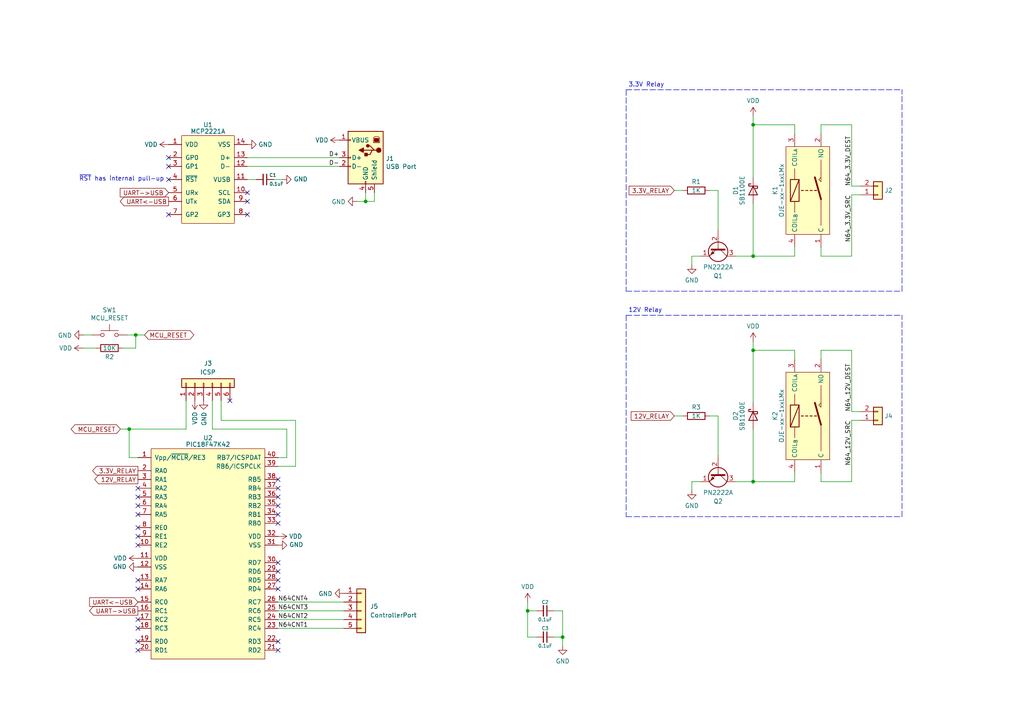
<source format=kicad_sch>
(kicad_sch (version 20211123) (generator eeschema)
  (paper "A4")
  (lib_symbols
    (symbol "Connector:USB_B" (pin_names (offset 1.016))
      (property "Reference" "J" (at -5.08 11.43 0))
      (property "Value" "USB_B" (at -5.08 8.89 0))
      (symbol "USB_B_0_1"
        (rectangle (start -5.08 -7.62) (end 5.08 7.62) (stroke (width 0.254)) (fill (type background)))
        (circle (center -3.81 2.159) (radius 0.635) (stroke (width 0.254)) (fill (type outline)))
        (rectangle (start -3.81 5.588) (end -2.54 4.572) (fill (type outline)))
        (circle (center -0.635 3.429) (radius 0.381) (stroke (width 0.254)) (fill (type outline)))
        (rectangle (start -0.127 -7.62) (end 0.127 -6.858))
        (polyline (pts (xy -1.905 2.159) (xy 0.635 2.159)) (stroke (width 0.254)))
        (polyline (pts (xy -3.175 2.159) (xy -2.54 2.159) (xy -1.27 3.429) (xy -0.635 3.429)) (stroke (width 0.254)))
        (polyline (pts (xy -2.54 2.159) (xy -1.905 2.159) (xy -1.27 0.889) (xy 0 0.889)) (stroke (width 0.254)))
        (polyline (pts (xy 0.635 2.794) (xy 0.635 1.524) (xy 1.905 2.159) (xy 0.635 2.794)) (stroke (width 0.254)) (fill (type outline)))
        (polyline (pts (xy -4.064 4.318) (xy -2.286 4.318) (xy -2.286 5.715) (xy -2.667 6.096) (xy -3.683 6.096) (xy -4.064 5.715) (xy -4.064 4.318)))
        (rectangle (start 0.254 1.27) (end -0.508 0.508) (stroke (width 0.254)) (fill (type outline)))
        (rectangle (start 5.08 -2.667) (end 4.318 -2.413))
        (rectangle (start 5.08 -0.127) (end 4.318 0.127))
        (rectangle (start 5.08 4.953) (end 4.318 5.207))
      )
      (symbol "USB_B_1_1"
        (pin power_out line (at 7.62 5.08 180) (length 2.54) (name "VBUS") (number "1"))
        (pin bidirectional line (at 7.62 -2.54 180) (length 2.54) (name "D-") (number "2"))
        (pin bidirectional line (at 7.62 0 180) (length 2.54) (name "D+") (number "3"))
        (pin power_out line (at 0 -10.16 90) (length 2.54) (name "GND") (number "4"))
        (pin passive line (at -2.54 -10.16 90) (length 2.54) (name "Shield") (number "5"))
      )
    )
    (symbol "Connector_Generic:Conn_01x02" (pin_names (offset 1.016) hide)
      (property "Reference" "J" (at 0 2.54 0))
      (property "Value" "Conn_01x02" (at 0 -5.08 0))
      (symbol "Conn_01x02_1_1"
        (rectangle (start -1.27 -2.413) (end 0 -2.667) (stroke (width 0.1524)))
        (rectangle (start -1.27 0.127) (end 0 -0.127) (stroke (width 0.1524)))
        (rectangle (start -1.27 1.27) (end 1.27 -3.81) (stroke (width 0.254)) (fill (type background)))
        (pin passive line (at -5.08 0 0) (length 3.81) (name "Pin_1") (number "1"))
        (pin passive line (at -5.08 -2.54 0) (length 3.81) (name "Pin_2") (number "2"))
      )
    )
    (symbol "Connector_Generic:Conn_01x05" (pin_names (offset 1.016) hide)
      (property "Reference" "J" (at 0 7.62 0))
      (property "Value" "Conn_01x05" (at 0 -7.62 0))
      (symbol "Conn_01x05_1_1"
        (rectangle (start -1.27 -4.953) (end 0 -5.207) (stroke (width 0.1524)))
        (rectangle (start -1.27 -2.413) (end 0 -2.667) (stroke (width 0.1524)))
        (rectangle (start -1.27 0.127) (end 0 -0.127) (stroke (width 0.1524)))
        (rectangle (start -1.27 2.667) (end 0 2.413) (stroke (width 0.1524)))
        (rectangle (start -1.27 5.207) (end 0 4.953) (stroke (width 0.1524)))
        (rectangle (start -1.27 6.35) (end 1.27 -6.35) (stroke (width 0.254)) (fill (type background)))
        (pin passive line (at -5.08 5.08 0) (length 3.81) (name "Pin_1") (number "1"))
        (pin passive line (at -5.08 2.54 0) (length 3.81) (name "Pin_2") (number "2"))
        (pin passive line (at -5.08 0 0) (length 3.81) (name "Pin_3") (number "3"))
        (pin passive line (at -5.08 -2.54 0) (length 3.81) (name "Pin_4") (number "4"))
        (pin passive line (at -5.08 -5.08 0) (length 3.81) (name "Pin_5") (number "5"))
      )
    )
    (symbol "Connector_Generic:Conn_01x06" (pin_names (offset 1.016) hide)
      (property "Reference" "J" (at 0 7.62 0))
      (property "Value" "Conn_01x06" (at 0 -10.16 0))
      (symbol "Conn_01x06_1_1"
        (rectangle (start -1.27 -7.493) (end 0 -7.747) (stroke (width 0.1524)))
        (rectangle (start -1.27 -4.953) (end 0 -5.207) (stroke (width 0.1524)))
        (rectangle (start -1.27 -2.413) (end 0 -2.667) (stroke (width 0.1524)))
        (rectangle (start -1.27 0.127) (end 0 -0.127) (stroke (width 0.1524)))
        (rectangle (start -1.27 2.667) (end 0 2.413) (stroke (width 0.1524)))
        (rectangle (start -1.27 5.207) (end 0 4.953) (stroke (width 0.1524)))
        (rectangle (start -1.27 6.35) (end 1.27 -8.89) (stroke (width 0.254)) (fill (type background)))
        (pin passive line (at -5.08 5.08 0) (length 3.81) (name "Pin_1") (number "1"))
        (pin passive line (at -5.08 2.54 0) (length 3.81) (name "Pin_2") (number "2"))
        (pin passive line (at -5.08 0 0) (length 3.81) (name "Pin_3") (number "3"))
        (pin passive line (at -5.08 -2.54 0) (length 3.81) (name "Pin_4") (number "4"))
        (pin passive line (at -5.08 -5.08 0) (length 3.81) (name "Pin_5") (number "5"))
        (pin passive line (at -5.08 -7.62 0) (length 3.81) (name "Pin_6") (number "6"))
      )
    )
    (symbol "Device:C_Small" (pin_numbers hide) (pin_names (offset 0.254) hide)
      (property "Reference" "C" (at 0.254 1.778 0))
      (property "Value" "C_Small" (at 0.254 -2.032 0))
      (symbol "C_Small_0_1"
        (polyline (pts (xy -1.524 -0.508) (xy 1.524 -0.508)) (stroke (width 0.3302)))
        (polyline (pts (xy -1.524 0.508) (xy 1.524 0.508)) (stroke (width 0.3048)))
      )
      (symbol "C_Small_1_1"
        (pin passive line (at 0 2.54 270) (length 2.032) (name "~") (number "1"))
        (pin passive line (at 0 -2.54 90) (length 2.032) (name "~") (number "2"))
      )
    )
    (symbol "Device:D_Schottky" (pin_numbers hide) (pin_names (offset 1.016) hide)
      (property "Reference" "D" (at 0 2.54 0))
      (property "Value" "D_Schottky" (at 0 -2.54 0))
      (symbol "D_Schottky_0_1"
        (polyline (pts (xy 1.27 0) (xy -1.27 0)))
        (polyline (pts (xy 1.27 1.27) (xy 1.27 -1.27) (xy -1.27 0) (xy 1.27 1.27)) (stroke (width 0.254)))
        (polyline (pts (xy -1.905 0.635) (xy -1.905 1.27) (xy -1.27 1.27) (xy -1.27 -1.27) (xy -0.635 -1.27) (xy -0.635 -0.635)) (stroke (width 0.254)))
      )
      (symbol "D_Schottky_1_1"
        (pin passive line (at -3.81 0 0) (length 2.54) (name "K") (number "1"))
        (pin passive line (at 3.81 0 180) (length 2.54) (name "A") (number "2"))
      )
    )
    (symbol "Device:R" (pin_numbers hide) (pin_names (offset 0))
      (property "Reference" "R" (at 2.032 0 90))
      (property "Value" "R" (at 0 0 90))
      (symbol "R_0_1"
        (rectangle (start -1.016 -2.54) (end 1.016 2.54) (stroke (width 0.254)))
      )
      (symbol "R_1_1"
        (pin passive line (at 0 3.81 270) (length 1.27) (name "~") (number "1"))
        (pin passive line (at 0 -3.81 90) (length 1.27) (name "~") (number "2"))
      )
    )
    (symbol "Switch:SW_Push" (pin_numbers hide) (pin_names (offset 1.016) hide)
      (property "Reference" "SW" (at 1.27 2.54 0))
      (property "Value" "SW_Push" (at 0 -1.524 0))
      (symbol "SW_Push_0_1"
        (circle (center -2.032 0) (radius 0.508))
        (polyline (pts (xy 0 1.27) (xy 0 3.048)))
        (polyline (pts (xy 2.54 1.27) (xy -2.54 1.27)))
        (circle (center 2.032 0) (radius 0.508))
        (pin passive line (at -5.08 0 0) (length 2.54) (name "1") (number "1"))
        (pin passive line (at 5.08 0 180) (length 2.54) (name "2") (number "2"))
      )
    )
    (symbol "Transistor_BJT:PN2222A" (pin_names (offset 0) hide)
      (property "Reference" "Q" (at 5.08 1.905 0))
      (property "Value" "PN2222A" (at 5.08 0 0))
      (symbol "PN2222A_0_1"
        (polyline (pts (xy 0 0) (xy 0.635 0)))
        (polyline (pts (xy 2.54 -2.54) (xy 0.635 -0.635)))
        (polyline (pts (xy 2.54 2.54) (xy 0.635 0.635)))
        (polyline (pts (xy 0.635 1.905) (xy 0.635 -1.905) (xy 0.635 -1.905)) (stroke (width 0.508)))
        (polyline (pts (xy 2.413 -2.413) (xy 1.905 -1.905) (xy 1.905 -1.905)))
        (polyline (pts (xy 1.143 -1.651) (xy 1.651 -1.143) (xy 2.159 -2.159) (xy 1.143 -1.651) (xy 1.143 -1.651)) (fill (type outline)))
        (circle (center 1.27 0) (radius 2.8194) (stroke (width 0.254)))
      )
      (symbol "PN2222A_1_1"
        (pin passive line (at 2.54 -5.08 90) (length 2.54) (name "E") (number "1"))
        (pin input line (at -5.08 0 0) (length 5.08) (name "B") (number "2"))
        (pin passive line (at 2.54 5.08 270) (length 2.54) (name "C") (number "3"))
      )
    )
    (symbol "power:GND" (power) (pin_names (offset 0))
      (property "Value" "GND" (at 0 -3.81 0))
      (symbol "GND_0_1"
        (polyline (pts (xy 0 0) (xy 0 -1.27) (xy 1.27 -1.27) (xy 0 -2.54) (xy -1.27 -1.27) (xy 0 -1.27)))
      )
      (symbol "GND_1_1"
        (pin power_in line (at 0 0 270) (length 0) hide (name "GND") (number "1"))
      )
    )
    (symbol "power:VDD" (power) (pin_names (offset 0))
      (property "Value" "VDD" (at 0 3.81 0))
      (symbol "VDD_0_1"
        (polyline (pts (xy -0.762 1.27) (xy 0 2.54)))
        (polyline (pts (xy 0 0) (xy 0 2.54)))
        (polyline (pts (xy 0 2.54) (xy 0.762 1.27)))
      )
      (symbol "VDD_1_1"
        (pin power_in line (at 0 0 90) (length 0) hide (name "VDD") (number "1"))
      )
    )
    (symbol "remote64-controller:MCP2221A" (pin_names (offset 1.016))
      (property "Reference" "U" (at 0 13.97 0))
      (property "Value" "MCP2221A" (at 0 -13.97 0))
      (symbol "MCP2221A_0_0"
        (pin power_in line (at -11.43 10.16 0) (length 3.81) (name "VDD") (number "1"))
        (pin bidirectional line (at 11.43 -3.81 180) (length 3.81) (name "SCL") (number "10"))
        (pin power_out line (at 11.43 0 180) (length 3.81) (name "VUSB") (number "11"))
        (pin bidirectional line (at 11.43 3.81 180) (length 3.81) (name "D-") (number "12"))
        (pin bidirectional line (at 11.43 6.35 180) (length 3.81) (name "D+") (number "13"))
        (pin power_in line (at 11.43 10.16 180) (length 3.81) (name "VSS") (number "14"))
        (pin bidirectional line (at -11.43 6.35 0) (length 3.81) (name "GP0") (number "2"))
        (pin bidirectional line (at -11.43 3.81 0) (length 3.81) (name "GP1") (number "3"))
        (pin input line (at -11.43 0 0) (length 3.81) (name "~{RST}") (number "4"))
        (pin input line (at -11.43 -3.81 0) (length 3.81) (name "URx") (number "5"))
        (pin output line (at -11.43 -6.35 0) (length 3.81) (name "UTx") (number "6"))
        (pin bidirectional line (at -11.43 -10.16 0) (length 3.81) (name "GP2") (number "7"))
        (pin bidirectional line (at 11.43 -10.16 180) (length 3.81) (name "GP3") (number "8"))
        (pin bidirectional line (at 11.43 -6.35 180) (length 3.81) (name "SDA") (number "9"))
      )
      (symbol "MCP2221A_0_1"
        (rectangle (start -7.62 12.7) (end 7.62 -12.7) (fill (type background)))
      )
    )
    (symbol "remote64-controller:OJE-xx-1xxLMx"
      (property "Reference" "K" (at 0 -7.62 0))
      (property "Value" "OJE-xx-1xxLMx" (at 0 7.62 0))
      (symbol "OJE-xx-1xxLMx_0_1"
        (rectangle (start -12.7 6.35) (end 12.7 -6.35) (stroke (width 0.1524)) (fill (type background)))
        (rectangle (start -3.175 5.08) (end 3.175 2.54) (stroke (width 0.254)))
        (polyline (pts (xy -5.08 -3.81) (xy -10.16 -3.81)) (stroke (width 0.1524)))
        (polyline (pts (xy -3.175 3.81) (xy -6.35 3.81)) (stroke (width 0.1524)))
        (polyline (pts (xy -3.175 5.08) (xy 3.175 2.54)) (stroke (width 0.254)))
        (polyline (pts (xy 3.175 3.81) (xy 6.35 3.81)) (stroke (width 0.1524)))
        (polyline (pts (xy 5.08 -3.81) (xy 8.89 -3.81)) (stroke (width 0.1524)))
      )
      (symbol "OJE-xx-1xxLMx_1_1"
        (polyline (pts (xy -2.54 -3.81) (xy -5.08 -3.81)))
        (polyline (pts (xy -2.54 -3.81) (xy 3.81 -2.032)) (stroke (width 0.508)))
        (polyline (pts (xy 0 -1.905) (xy 0 -2.54)) (stroke (width 0.254)))
        (polyline (pts (xy 0 -0.635) (xy 0 -1.27)) (stroke (width 0.254)))
        (polyline (pts (xy 0 0.635) (xy 0 0)) (stroke (width 0.254)))
        (polyline (pts (xy 0 1.905) (xy 0 1.27)) (stroke (width 0.254)))
        (polyline (pts (xy 5.08 -3.81) (xy 2.54 -3.81) (xy 3.175 -3.175) (xy 3.81 -3.81)))
        (pin passive line (at -16.51 -3.81 0) (length 3.81) (name "C") (number "1"))
        (pin passive line (at 16.51 -3.81 180) (length 3.81) (name "NO") (number "2"))
        (pin passive line (at 16.51 3.81 180) (length 3.81) (name "COIL_{A}") (number "3"))
        (pin passive line (at -16.51 3.81 0) (length 3.81) (name "COIL_{B}") (number "4"))
      )
    )
    (symbol "remote64-controller:PIC18F47K42" (pin_names (offset 1.016))
      (property "Reference" "U" (at 0 31.75 0))
      (property "Value" "PIC18F47K42" (at 0 -31.75 0))
      (symbol "PIC18F47K42_0_0"
        (pin input line (at -20.32 27.94 0) (length 3.81) (name "Vpp/~{MCLR}/RE3") (number "1"))
        (pin bidirectional line (at -20.32 2.54 0) (length 3.81) (name "RE2") (number "10"))
        (pin power_in line (at -20.32 -1.27 0) (length 3.81) (name "VDD") (number "11"))
        (pin power_in line (at -20.32 -3.81 0) (length 3.81) (name "VSS") (number "12"))
        (pin bidirectional line (at -20.32 -7.62 0) (length 3.81) (name "RA7") (number "13"))
        (pin bidirectional line (at -20.32 -10.16 0) (length 3.81) (name "RA6") (number "14"))
        (pin bidirectional line (at -20.32 -13.97 0) (length 3.81) (name "RC0") (number "15"))
        (pin bidirectional line (at -20.32 -16.51 0) (length 3.81) (name "RC1") (number "16"))
        (pin bidirectional line (at -20.32 -19.05 0) (length 3.81) (name "RC2") (number "17"))
        (pin bidirectional line (at -20.32 -21.59 0) (length 3.81) (name "RC3") (number "18"))
        (pin bidirectional line (at -20.32 -25.4 0) (length 3.81) (name "RD0") (number "19"))
        (pin bidirectional line (at -20.32 24.13 0) (length 3.81) (name "RA0") (number "2"))
        (pin bidirectional line (at -20.32 -27.94 0) (length 3.81) (name "RD1") (number "20"))
        (pin bidirectional line (at 20.32 -27.94 180) (length 3.81) (name "RD2") (number "21"))
        (pin bidirectional line (at 20.32 -25.4 180) (length 3.81) (name "RD3") (number "22"))
        (pin bidirectional line (at 20.32 -21.59 180) (length 3.81) (name "RC4") (number "23"))
        (pin bidirectional line (at 20.32 -19.05 180) (length 3.81) (name "RC5") (number "24"))
        (pin bidirectional line (at 20.32 -16.51 180) (length 3.81) (name "RC6") (number "25"))
        (pin bidirectional line (at 20.32 -13.97 180) (length 3.81) (name "RC7") (number "26"))
        (pin bidirectional line (at 20.32 -10.16 180) (length 3.81) (name "RD4") (number "27"))
        (pin bidirectional line (at 20.32 -7.62 180) (length 3.81) (name "RD5") (number "28"))
        (pin bidirectional line (at 20.32 -5.08 180) (length 3.81) (name "RD6") (number "29"))
        (pin bidirectional line (at -20.32 21.59 0) (length 3.81) (name "RA1") (number "3"))
        (pin bidirectional line (at 20.32 -2.54 180) (length 3.81) (name "RD7") (number "30"))
        (pin power_in line (at 20.32 2.54 180) (length 3.81) (name "VSS") (number "31"))
        (pin power_in line (at 20.32 5.08 180) (length 3.81) (name "VDD") (number "32"))
        (pin bidirectional line (at 20.32 8.89 180) (length 3.81) (name "RB0") (number "33"))
        (pin bidirectional line (at 20.32 11.43 180) (length 3.81) (name "RB1") (number "34"))
        (pin bidirectional line (at 20.32 13.97 180) (length 3.81) (name "RB2") (number "35"))
        (pin bidirectional line (at 20.32 16.51 180) (length 3.81) (name "RB3") (number "36"))
        (pin bidirectional line (at 20.32 19.05 180) (length 3.81) (name "RB4") (number "37"))
        (pin bidirectional line (at 20.32 21.59 180) (length 3.81) (name "RB5") (number "38"))
        (pin bidirectional line (at 20.32 25.4 180) (length 3.81) (name "RB6/ICSPCLK") (number "39"))
        (pin bidirectional line (at -20.32 19.05 0) (length 3.81) (name "RA2") (number "4"))
        (pin bidirectional line (at 20.32 27.94 180) (length 3.81) (name "RB7/ICSPDAT") (number "40"))
        (pin bidirectional line (at -20.32 16.51 0) (length 3.81) (name "RA3") (number "5"))
        (pin bidirectional line (at -20.32 13.97 0) (length 3.81) (name "RA4") (number "6"))
        (pin bidirectional line (at -20.32 11.43 0) (length 3.81) (name "RA5") (number "7"))
        (pin bidirectional line (at -20.32 7.62 0) (length 3.81) (name "RE0") (number "8"))
        (pin bidirectional line (at -20.32 5.08 0) (length 3.81) (name "RE1") (number "9"))
      )
      (symbol "PIC18F47K42_0_1"
        (rectangle (start -16.51 30.48) (end 16.51 -30.48) (fill (type background)))
      )
    )
  )
  (junction (at 39.37 97.155))
  (junction (at 218.44 139.7))
  (junction (at 218.44 36.195))
  (junction (at 218.44 101.6))
  (junction (at 153.035 177.165))
  (junction (at 106.045 58.42))
  (junction (at 37.465 124.46))
  (junction (at 163.195 184.785))
  (junction (at 218.44 74.295))
  (no_connect (at 48.895 45.72))
  (no_connect (at 71.755 62.23))
  (no_connect (at 40.005 155.575))
  (no_connect (at 40.005 153.035))
  (no_connect (at 40.005 144.145))
  (no_connect (at 40.005 188.595))
  (no_connect (at 40.005 186.055))
  (no_connect (at 40.005 182.245))
  (no_connect (at 40.005 179.705))
  (no_connect (at 80.645 186.055))
  (no_connect (at 80.645 188.595))
  (no_connect (at 40.005 170.815))
  (no_connect (at 40.005 168.275))
  (no_connect (at 40.005 158.115))
  (no_connect (at 40.005 141.605))
  (no_connect (at 80.645 144.145))
  (no_connect (at 80.645 146.685))
  (no_connect (at 80.645 149.225))
  (no_connect (at 80.645 151.765))
  (no_connect (at 80.645 170.815))
  (no_connect (at 80.645 163.195))
  (no_connect (at 80.645 165.735))
  (no_connect (at 80.645 168.275))
  (no_connect (at 66.675 116.205))
  (no_connect (at 80.645 139.065))
  (no_connect (at 80.645 141.605))
  (no_connect (at 48.895 52.07))
  (no_connect (at 48.895 62.23))
  (no_connect (at 71.755 55.88))
  (no_connect (at 48.895 48.26))
  (no_connect (at 71.755 58.42))
  (no_connect (at 40.005 149.225))
  (no_connect (at 40.005 146.685))
  (wire (pts (xy 27.94 100.965) (xy 24.13 100.965)))
  (polyline (pts (xy 261.62 149.86) (xy 261.62 91.44)))
  (wire (pts (xy 208.28 120.65) (xy 208.28 132.08)))
  (wire (pts (xy 213.36 139.7) (xy 218.44 139.7)))
  (wire (pts (xy 160.655 177.165) (xy 163.195 177.165)))
  (wire (pts (xy 230.505 139.7) (xy 230.505 137.16)))
  (wire (pts (xy 41.91 97.155) (xy 39.37 97.155)))
  (wire (pts (xy 37.465 132.715) (xy 40.005 132.715)))
  (wire (pts (xy 71.755 45.72) (xy 98.425 45.72)))
  (wire (pts (xy 247.015 101.6) (xy 238.125 101.6)))
  (wire (pts (xy 249.555 119.38) (xy 247.015 119.38)))
  (wire (pts (xy 195.58 55.245) (xy 198.12 55.245)))
  (wire (pts (xy 247.015 53.975) (xy 247.015 36.195)))
  (wire (pts (xy 203.2 74.295) (xy 200.66 74.295)))
  (wire (pts (xy 218.44 59.055) (xy 218.44 74.295)))
  (wire (pts (xy 80.645 177.165) (xy 99.695 177.165)))
  (wire (pts (xy 39.37 97.155) (xy 36.83 97.155)))
  (wire (pts (xy 64.135 116.205) (xy 64.135 121.92)))
  (wire (pts (xy 26.67 97.155) (xy 24.13 97.155)))
  (wire (pts (xy 80.645 179.705) (xy 99.695 179.705)))
  (polyline (pts (xy 181.61 84.455) (xy 261.62 84.455)))
  (wire (pts (xy 53.975 116.205) (xy 53.975 124.46)))
  (wire (pts (xy 247.015 74.295) (xy 238.125 74.295)))
  (wire (pts (xy 208.28 55.245) (xy 208.28 66.675)))
  (polyline (pts (xy 181.61 149.86) (xy 261.62 149.86)))
  (wire (pts (xy 247.015 119.38) (xy 247.015 101.6)))
  (wire (pts (xy 37.465 132.715) (xy 37.465 124.46)))
  (wire (pts (xy 61.595 124.46) (xy 61.595 116.205)))
  (wire (pts (xy 213.36 74.295) (xy 218.44 74.295)))
  (wire (pts (xy 218.44 124.46) (xy 218.44 139.7)))
  (wire (pts (xy 163.195 184.785) (xy 163.195 187.325)))
  (wire (pts (xy 249.555 53.975) (xy 247.015 53.975)))
  (wire (pts (xy 249.555 56.515) (xy 247.015 56.515)))
  (wire (pts (xy 160.655 184.785) (xy 163.195 184.785)))
  (wire (pts (xy 200.66 139.7) (xy 200.66 142.24)))
  (wire (pts (xy 37.465 124.46) (xy 53.975 124.46)))
  (polyline (pts (xy 181.61 26.035) (xy 261.62 26.035)))
  (wire (pts (xy 238.125 139.7) (xy 238.125 137.16)))
  (wire (pts (xy 238.125 101.6) (xy 238.125 104.14)))
  (wire (pts (xy 163.195 177.165) (xy 163.195 184.785)))
  (wire (pts (xy 230.505 101.6) (xy 230.505 104.14)))
  (wire (pts (xy 35.56 100.965) (xy 39.37 100.965)))
  (wire (pts (xy 218.44 99.06) (xy 218.44 101.6)))
  (wire (pts (xy 39.37 100.965) (xy 39.37 97.155)))
  (wire (pts (xy 238.125 36.195) (xy 238.125 38.735)))
  (wire (pts (xy 106.045 58.42) (xy 108.585 58.42)))
  (wire (pts (xy 247.015 56.515) (xy 247.015 74.295)))
  (wire (pts (xy 218.44 116.84) (xy 218.44 101.6)))
  (wire (pts (xy 64.135 121.92) (xy 85.725 121.92)))
  (wire (pts (xy 85.725 135.255) (xy 85.725 121.92)))
  (wire (pts (xy 205.74 55.245) (xy 208.28 55.245)))
  (polyline (pts (xy 181.61 91.44) (xy 181.61 149.86)))
  (wire (pts (xy 80.645 132.715) (xy 83.185 132.715)))
  (wire (pts (xy 80.645 182.245) (xy 99.695 182.245)))
  (wire (pts (xy 71.755 52.07) (xy 74.295 52.07)))
  (wire (pts (xy 81.915 52.07) (xy 79.375 52.07)))
  (wire (pts (xy 80.645 174.625) (xy 99.695 174.625)))
  (wire (pts (xy 247.015 121.92) (xy 247.015 139.7)))
  (polyline (pts (xy 181.61 91.44) (xy 261.62 91.44)))
  (wire (pts (xy 103.505 58.42) (xy 106.045 58.42)))
  (wire (pts (xy 218.44 33.655) (xy 218.44 36.195)))
  (wire (pts (xy 71.755 48.26) (xy 98.425 48.26)))
  (wire (pts (xy 106.045 55.88) (xy 106.045 58.42)))
  (wire (pts (xy 203.2 139.7) (xy 200.66 139.7)))
  (wire (pts (xy 218.44 101.6) (xy 230.505 101.6)))
  (wire (pts (xy 153.035 177.165) (xy 155.575 177.165)))
  (wire (pts (xy 34.925 124.46) (xy 37.465 124.46)))
  (wire (pts (xy 218.44 36.195) (xy 230.505 36.195)))
  (wire (pts (xy 200.66 74.295) (xy 200.66 76.835)))
  (wire (pts (xy 247.015 139.7) (xy 238.125 139.7)))
  (wire (pts (xy 238.125 74.295) (xy 238.125 71.755)))
  (wire (pts (xy 218.44 74.295) (xy 230.505 74.295)))
  (wire (pts (xy 80.645 135.255) (xy 85.725 135.255)))
  (wire (pts (xy 83.185 124.46) (xy 61.595 124.46)))
  (polyline (pts (xy 261.62 84.455) (xy 261.62 26.035)))
  (wire (pts (xy 230.505 74.295) (xy 230.505 71.755)))
  (wire (pts (xy 249.555 121.92) (xy 247.015 121.92)))
  (wire (pts (xy 195.58 120.65) (xy 198.12 120.65)))
  (wire (pts (xy 83.185 132.715) (xy 83.185 124.46)))
  (wire (pts (xy 205.74 120.65) (xy 208.28 120.65)))
  (wire (pts (xy 218.44 51.435) (xy 218.44 36.195)))
  (polyline (pts (xy 181.61 26.035) (xy 181.61 84.455)))
  (wire (pts (xy 155.575 184.785) (xy 153.035 184.785)))
  (wire (pts (xy 153.035 184.785) (xy 153.035 177.165)))
  (wire (pts (xy 230.505 36.195) (xy 230.505 38.735)))
  (wire (pts (xy 218.44 139.7) (xy 230.505 139.7)))
  (wire (pts (xy 153.035 174.625) (xy 153.035 177.165)))
  (wire (pts (xy 247.015 36.195) (xy 238.125 36.195)))
  (wire (pts (xy 108.585 58.42) (xy 108.585 55.88)))
  (text "3.3V Relay" (at 182.245 25.4 0) (effects (font (size 1.27 1.27)) (justify left bottom)))
  (text "~{RST} has internal pull-up" (at 47.625 52.705 180) (effects (font (size 1.27 1.27)) (justify right bottom)))
  (text "12V Relay" (at 182.245 90.805 0) (effects (font (size 1.27 1.27)) (justify left bottom)))
  (label "N64CNT2" (at 80.645 179.705 0))
  (label "N64CNT1" (at 80.645 182.245 0))
  (label "N64_3.3V_SRC" (at 247.015 56.515 270))
  (label "D+" (at 98.425 45.72 180))
  (label "N64CNT4" (at 80.645 174.625 0))
  (label "N64_12V_SRC" (at 247.015 121.92 270))
  (label "N64_12V_DEST" (at 247.015 119.38 90))
  (label "N64CNT3" (at 80.645 177.165 0))
  (label "N64_3.3V_DEST" (at 247.015 53.975 90))
  (label "D-" (at 98.425 48.26 180))
  (global_label "UART->USB" (shape input) (at 48.895 55.88 180) (property "Intersheet References" "${INTERSHEET_REFS}" (effects hide)))
  (global_label "UART->USB" (shape output) (at 40.005 177.165 180) (property "Intersheet References" "${INTERSHEET_REFS}" (effects hide)))
  (global_label "3.3V_RELAY" (shape input) (at 195.58 55.245 180) (property "Intersheet References" "${INTERSHEET_REFS}" (effects hide)))
  (global_label "MCU_RESET" (shape bidirectional) (at 41.91 97.155 0) (property "Intersheet References" "${INTERSHEET_REFS}" (effects hide)))
  (global_label "3.3V_RELAY" (shape output) (at 40.005 136.525 180) (property "Intersheet References" "${INTERSHEET_REFS}" (effects hide)))
  (global_label "12V_RELAY" (shape output) (at 40.005 139.065 180) (property "Intersheet References" "${INTERSHEET_REFS}" (effects hide)))
  (global_label "UART<-USB" (shape output) (at 48.895 58.42 180) (property "Intersheet References" "${INTERSHEET_REFS}" (effects hide)))
  (global_label "UART<-USB" (shape input) (at 40.005 174.625 180) (property "Intersheet References" "${INTERSHEET_REFS}" (effects hide)))
  (global_label "MCU_RESET" (shape bidirectional) (at 34.925 124.46 180) (property "Intersheet References" "${INTERSHEET_REFS}" (effects hide)))
  (global_label "12V_RELAY" (shape input) (at 195.58 120.65 180) (property "Intersheet References" "${INTERSHEET_REFS}" (effects hide)))
  (symbol (lib_id "power:GND") (at 200.66 142.24 0) (unit 1)
    (property "Reference" "#PWR013" (effects hide))
    (property "Value" "GND" (at 200.66 146.685 0))
  )
  (symbol (lib_id "power:GND") (at 59.055 116.205 0) (unit 1)
    (property "Reference" "#PWR012" (effects hide))
    (property "Value" "GND" (at 59.182 119.4562 90) (effects (justify right)))
  )
  (symbol (lib_id "Connector_Generic:Conn_01x02") (at 254.635 121.92 0) (mirror x) (unit 1)
    (property "Reference" "J4" (at 256.54 120.65 0) (effects (justify left)))
    (property "Value" "Conn_01x02" (effects hide))
    (property "Footprint" "TerminalBlock_Phoenix:TerminalBlock_Phoenix_PT-1,5-2-5.0-H_1x02_P5.00mm_Horizontal" (effects hide))
  )
  (symbol (lib_id "power:VDD") (at 80.645 155.575 270) (unit 1)
    (property "Reference" "#PWR014" (effects hide))
    (property "Value" "VDD" (at 83.82 155.575 90) (effects (justify left)))
  )
  (symbol (lib_id "Device:D_Schottky") (at 218.44 55.245 90) (mirror x) (unit 1)
    (property "Reference" "D1" (at 213.36 55.245 0))
    (property "Value" "SB1100E" (at 215.265 55.245 0))
    (property "Footprint" "Diode_THT:D_DO-41_SOD81_P10.16mm_Horizontal" (effects hide))
  )
  (symbol (lib_id "power:GND") (at 200.66 76.835 0) (unit 1)
    (property "Reference" "#PWR08" (effects hide))
    (property "Value" "GND" (at 200.66 81.28 0))
  )
  (symbol (lib_id "power:VDD") (at 56.515 116.205 180) (unit 1)
    (property "Reference" "#PWR011" (effects hide))
    (property "Value" "VDD" (at 56.515 119.38 90) (effects (justify left)))
  )
  (symbol (lib_id "Device:R") (at 201.93 55.245 90) (unit 1)
    (property "Reference" "R1" (at 201.93 52.705 90))
    (property "Value" "1K" (at 201.93 55.245 90))
    (property "Footprint" "Resistor_THT:R_Axial_DIN0207_L6.3mm_D2.5mm_P10.16mm_Horizontal" (effects hide))
  )
  (symbol (lib_id "Switch:SW_Push") (at 31.75 97.155 0) (unit 1)
    (property "Reference" "SW1" (at 31.75 89.916 0))
    (property "Value" "MCU_RESET" (at 31.75 92.2274 0))
    (property "Footprint" "Button_Switch_THT:SW_PUSH_6mm_H7.3mm" (effects hide))
  )
  (symbol (lib_id "power:GND") (at 99.695 172.085 270) (unit 1)
    (property "Reference" "#PWR017" (effects hide))
    (property "Value" "GND" (at 96.4438 172.212 90) (effects (justify right)))
  )
  (symbol (lib_id "Transistor_BJT:PN2222A") (at 208.28 71.755 270) (unit 1)
    (property "Reference" "Q1" (at 208.28 80.0101 90))
    (property "Value" "PN2222A" (at 208.28 77.47 90))
    (property "Footprint" "Package_TO_SOT_THT:TO-92_Inline" (effects hide))
    (property "Datasheet" "https://www.onsemi.com/pub/Collateral/PN2222-D.PDF" (effects hide))
  )
  (symbol (lib_id "power:VDD") (at 48.895 41.91 90) (unit 1)
    (property "Reference" "#PWR02" (effects hide))
    (property "Value" "VDD" (at 43.815 41.91 90))
  )
  (symbol (lib_id "power:VDD") (at 98.425 40.64 90) (unit 1)
    (property "Reference" "#PWR01" (effects hide))
    (property "Value" "VDD" (at 93.345 40.64 90))
  )
  (symbol (lib_id "remote64-controller:PIC18F47K42") (at 60.325 160.655 0) (unit 1)
    (property "Reference" "U2" (at 60.325 127 0))
    (property "Value" "PIC18F47K42" (at 60.325 128.905 0))
    (property "Footprint" "Package_DIP:DIP-40_W15.24mm" (effects hide))
  )
  (symbol (lib_id "Device:C_Small") (at 76.835 52.07 270) (unit 1)
    (property "Reference" "C1" (at 78.105 50.8 90) (effects (font (size 0.9652 0.9652)) (justify left)))
    (property "Value" "0.1uF" (at 78.105 53.34 90) (effects (font (size 0.9652 0.9652)) (justify left)))
    (property "Footprint" "Capacitor_THT:C_Disc_D3.4mm_W2.1mm_P2.50mm" (effects hide))
  )
  (symbol (lib_id "power:VDD") (at 218.44 99.06 0) (unit 1)
    (property "Reference" "#PWR010" (effects hide))
    (property "Value" "VDD" (at 218.44 94.615 0))
  )
  (symbol (lib_id "power:GND") (at 103.505 58.42 270) (unit 1)
    (property "Reference" "#PWR06" (effects hide))
    (property "Value" "GND" (at 100.2538 58.547 90) (effects (justify right)))
  )
  (symbol (lib_id "power:GND") (at 40.005 164.465 270) (mirror x) (unit 1)
    (property "Reference" "#PWR0101" (effects hide))
    (property "Value" "GND" (at 36.7538 164.338 90) (effects (justify right)))
  )
  (symbol (lib_id "Connector_Generic:Conn_01x02") (at 254.635 56.515 0) (mirror x) (unit 1)
    (property "Reference" "J2" (at 256.54 55.245 0) (effects (justify left)))
    (property "Value" "Conn_01x02" (effects hide))
    (property "Footprint" "TerminalBlock_Phoenix:TerminalBlock_Phoenix_PT-1,5-2-5.0-H_1x02_P5.00mm_Horizontal" (effects hide))
  )
  (symbol (lib_id "power:GND") (at 71.755 41.91 90) (unit 1)
    (property "Reference" "#PWR03" (effects hide))
    (property "Value" "GND" (at 74.93 41.91 90) (effects (justify right)))
  )
  (symbol (lib_id "power:VDD") (at 24.13 100.965 90) (unit 1)
    (property "Reference" "#PWR09" (effects hide))
    (property "Value" "VDD" (at 20.955 100.965 90) (effects (justify left)))
  )
  (symbol (lib_id "power:VDD") (at 153.035 174.625 0) (unit 1)
    (property "Reference" "#PWR016" (effects hide))
    (property "Value" "VDD" (at 153.035 170.18 0))
  )
  (symbol (lib_id "power:VDD") (at 40.005 161.925 90) (mirror x) (unit 1)
    (property "Reference" "#PWR0102" (effects hide))
    (property "Value" "VDD" (at 36.83 161.925 90) (effects (justify left)))
  )
  (symbol (lib_id "Device:D_Schottky") (at 218.44 120.65 90) (mirror x) (unit 1)
    (property "Reference" "D2" (at 213.36 120.65 0))
    (property "Value" "SB1100E" (at 215.265 120.65 0))
    (property "Footprint" "Diode_THT:D_DO-41_SOD81_P10.16mm_Horizontal" (effects hide))
  )
  (symbol (lib_id "remote64-controller:OJE-xx-1xxLMx") (at 234.315 120.65 90) (unit 1)
    (property "Reference" "K2" (at 224.79 120.65 0))
    (property "Value" "OJE-xx-1xxLMx" (at 226.695 120.65 0))
    (property "Footprint" "remote64-controller:OJE-SS-105LMH" (effects hide))
    (property "Datasheet" "https://www.te.com/commerce/DocumentDelivery/DDEController?Action=srchrtrv&DocNm=OJ_OJE_series_relay_data_sheet_E&DocType=DS&DocLang=English" (effects hide))
  )
  (symbol (lib_id "Transistor_BJT:PN2222A") (at 208.28 137.16 270) (unit 1)
    (property "Reference" "Q2" (at 208.28 145.415 90))
    (property "Value" "PN2222A" (at 208.28 142.875 90))
    (property "Footprint" "Package_TO_SOT_THT:TO-92_Inline" (effects hide))
    (property "Datasheet" "https://www.onsemi.com/pub/Collateral/PN2222-D.PDF" (effects hide))
  )
  (symbol (lib_id "remote64-controller:OJE-xx-1xxLMx") (at 234.315 55.245 90) (unit 1)
    (property "Reference" "K1" (at 224.79 55.245 0))
    (property "Value" "OJE-xx-1xxLMx" (at 226.695 55.245 0))
    (property "Footprint" "remote64-controller:OJE-SS-105LMH" (effects hide))
    (property "Datasheet" "https://www.te.com/commerce/DocumentDelivery/DDEController?Action=srchrtrv&DocNm=OJ_OJE_series_relay_data_sheet_E&DocType=DS&DocLang=English" (effects hide))
  )
  (symbol (lib_id "Device:R") (at 201.93 120.65 90) (unit 1)
    (property "Reference" "R3" (at 201.93 118.11 90))
    (property "Value" "1K" (at 201.93 120.65 90))
    (property "Footprint" "Resistor_THT:R_Axial_DIN0207_L6.3mm_D2.5mm_P10.16mm_Horizontal" (effects hide))
  )
  (symbol (lib_id "Device:C_Small") (at 158.115 177.165 270) (unit 1)
    (property "Reference" "C2" (at 158.115 174.625 90) (effects (font (size 0.9652 0.9652))))
    (property "Value" "0.1uF" (at 158.115 179.705 90) (effects (font (size 0.9652 0.9652))))
    (property "Footprint" "Capacitor_THT:C_Disc_D3.4mm_W2.1mm_P2.50mm" (effects hide))
  )
  (symbol (lib_id "Device:C_Small") (at 158.115 184.785 270) (unit 1)
    (property "Reference" "C3" (at 158.115 182.245 90) (effects (font (size 0.9652 0.9652))))
    (property "Value" "0.1uF" (at 158.115 187.325 90) (effects (font (size 0.9652 0.9652))))
    (property "Footprint" "Capacitor_THT:C_Disc_D3.4mm_W2.1mm_P2.50mm" (effects hide))
  )
  (symbol (lib_id "power:GND") (at 81.915 52.07 90) (unit 1)
    (property "Reference" "#PWR04" (effects hide))
    (property "Value" "GND" (at 85.1662 51.943 90) (effects (justify right)))
  )
  (symbol (lib_id "Connector_Generic:Conn_01x06") (at 59.055 111.125 90) (unit 1)
    (property "Reference" "J3" (at 60.325 105.41 90))
    (property "Value" "ICSP" (at 60.325 107.95 90))
    (property "Footprint" "Connector_PinHeader_2.54mm:PinHeader_1x06_P2.54mm_Vertical" (effects hide))
  )
  (symbol (lib_id "power:GND") (at 24.13 97.155 270) (unit 1)
    (property "Reference" "#PWR07" (effects hide))
    (property "Value" "GND" (at 20.8788 97.282 90) (effects (justify right)))
  )
  (symbol (lib_id "remote64-controller:MCP2221A") (at 60.325 52.07 0) (unit 1)
    (property "Reference" "U1" (at 60.325 36.195 0))
    (property "Value" "MCP2221A" (at 60.325 38.1 0))
    (property "Footprint" "Package_DIP:DIP-14_W7.62mm" (effects hide))
  )
  (symbol (lib_id "Connector_Generic:Conn_01x05") (at 104.775 177.165 0) (unit 1)
    (property "Reference" "J5" (at 107.315 175.8949 0) (effects (justify left)))
    (property "Value" "ControllerPort" (at 107.315 178.4349 0) (effects (justify left)))
    (property "Footprint" "Connector_PinHeader_2.54mm:PinHeader_1x05_P2.54mm_Vertical" (effects hide))
  )
  (symbol (lib_id "power:VDD") (at 218.44 33.655 0) (unit 1)
    (property "Reference" "#PWR05" (effects hide))
    (property "Value" "VDD" (at 218.44 29.21 0))
  )
  (symbol (lib_id "power:GND") (at 80.645 158.115 90) (unit 1)
    (property "Reference" "#PWR015" (effects hide))
    (property "Value" "GND" (at 83.8962 157.988 90) (effects (justify right)))
  )
  (symbol (lib_id "Device:R") (at 31.75 100.965 90) (unit 1)
    (property "Reference" "R2" (at 31.75 103.505 90))
    (property "Value" "10K" (at 31.75 100.965 90))
    (property "Footprint" "Resistor_THT:R_Axial_DIN0207_L6.3mm_D2.5mm_P10.16mm_Horizontal" (effects hide))
  )
  (symbol (lib_id "Connector:USB_B") (at 106.045 45.72 0) (mirror y) (unit 1)
    (property "Reference" "J1" (at 111.887 45.9994 0) (effects (justify right)))
    (property "Value" "USB Port" (at 111.887 48.3108 0) (effects (justify right)))
    (property "Footprint" "Connector_USB:USB_B_OST_USB-B1HSxx_Horizontal" (effects hide))
    (property "Datasheet" " ~" (effects hide))
  )
  (symbol (lib_id "power:GND") (at 163.195 187.325 0) (unit 1)
    (property "Reference" "#PWR018" (effects hide))
    (property "Value" "GND" (at 163.195 191.77 0))
  )
)
</source>
